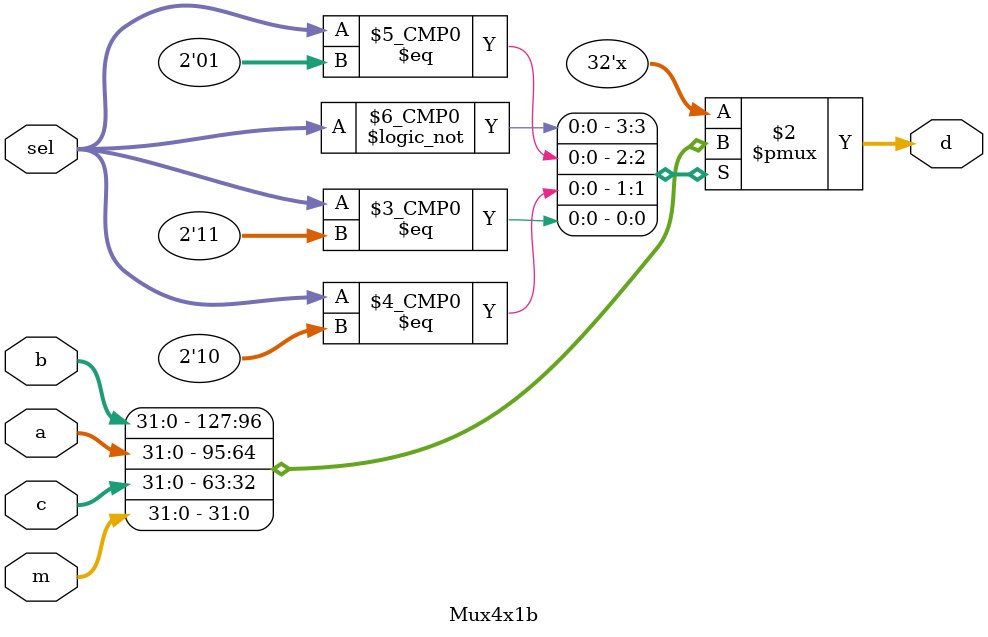
<source format=v>
module Mux5 (c , a , b , sel );
	input [4:0] a,b;
	output wire [4:0]c ;
	input sel ;
	assign #3 c = (sel) ? a : b;
endmodule 

module Mux32 (c , a , b , sel );
	input [31:0] a,b;
	output wire [31:0] c ;
	input sel ;
	assign #3 c = (sel) ? a : b;
endmodule 

module Mux4x1 (d , a , b , c , m , sel);
	input [4:0] a,b,c,m ;
	output reg [4:0] d ;
	input [1:0] sel ;
	always @(sel or a or b or c) #3 begin
		case(sel)
			2'b00 : d = b;
			2'b01 : d = a;
			2'b10 : d = c;
			2'b11 : d = m;
		endcase
	end
endmodule 

module Mux4x1b (d , a , b , c , m , sel);
	input [31:0] a,b,c,m ;
	output reg [31:0] d ;
	input [1:0] sel ;
	always @(sel or a or b or c) #3 begin
		case(sel)
			2'b00 : d = b;
			2'b01 : d = a;
			2'b10 : d = c;
			2'b11 : d = m;
		endcase
	end
endmodule 

</source>
